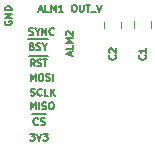
<source format=gto>
G04 #@! TF.GenerationSoftware,KiCad,Pcbnew,5.1.5-52549c5~84~ubuntu19.04.1*
G04 #@! TF.CreationDate,2020-03-13T14:57:39+01:00*
G04 #@! TF.ProjectId,ADcmXL3021_adapter,4144636d-584c-4333-9032-315f61646170,rev?*
G04 #@! TF.SameCoordinates,Original*
G04 #@! TF.FileFunction,Legend,Top*
G04 #@! TF.FilePolarity,Positive*
%FSLAX46Y46*%
G04 Gerber Fmt 4.6, Leading zero omitted, Abs format (unit mm)*
G04 Created by KiCad (PCBNEW 5.1.5-52549c5~84~ubuntu19.04.1) date 2020-03-13 14:57:39*
%MOMM*%
%LPD*%
G04 APERTURE LIST*
%ADD10C,0.150000*%
%ADD11C,0.120000*%
G04 APERTURE END LIST*
D10*
X131705485Y-74144228D02*
X131819771Y-74144228D01*
X131876914Y-74172800D01*
X131934057Y-74229942D01*
X131962628Y-74344228D01*
X131962628Y-74544228D01*
X131934057Y-74658514D01*
X131876914Y-74715657D01*
X131819771Y-74744228D01*
X131705485Y-74744228D01*
X131648342Y-74715657D01*
X131591200Y-74658514D01*
X131562628Y-74544228D01*
X131562628Y-74344228D01*
X131591200Y-74229942D01*
X131648342Y-74172800D01*
X131705485Y-74144228D01*
X132219771Y-74144228D02*
X132219771Y-74629942D01*
X132248342Y-74687085D01*
X132276914Y-74715657D01*
X132334057Y-74744228D01*
X132448342Y-74744228D01*
X132505485Y-74715657D01*
X132534057Y-74687085D01*
X132562628Y-74629942D01*
X132562628Y-74144228D01*
X132762628Y-74144228D02*
X133105485Y-74144228D01*
X132934057Y-74744228D02*
X132934057Y-74144228D01*
X133162628Y-74801371D02*
X133619771Y-74801371D01*
X133676914Y-74144228D02*
X133876914Y-74744228D01*
X134076914Y-74144228D01*
X131468800Y-78433485D02*
X131468800Y-78147771D01*
X131640228Y-78490628D02*
X131040228Y-78290628D01*
X131640228Y-78090628D01*
X131640228Y-77604914D02*
X131640228Y-77890628D01*
X131040228Y-77890628D01*
X131640228Y-77404914D02*
X131040228Y-77404914D01*
X131468800Y-77204914D01*
X131040228Y-77004914D01*
X131640228Y-77004914D01*
X131097371Y-76747771D02*
X131068800Y-76719200D01*
X131040228Y-76662057D01*
X131040228Y-76519200D01*
X131068800Y-76462057D01*
X131097371Y-76433485D01*
X131154514Y-76404914D01*
X131211657Y-76404914D01*
X131297371Y-76433485D01*
X131640228Y-76776342D01*
X131640228Y-76404914D01*
X128779714Y-74572800D02*
X129065428Y-74572800D01*
X128722571Y-74744228D02*
X128922571Y-74144228D01*
X129122571Y-74744228D01*
X129608285Y-74744228D02*
X129322571Y-74744228D01*
X129322571Y-74144228D01*
X129808285Y-74744228D02*
X129808285Y-74144228D01*
X130008285Y-74572800D01*
X130208285Y-74144228D01*
X130208285Y-74744228D01*
X130808285Y-74744228D02*
X130465428Y-74744228D01*
X130636857Y-74744228D02*
X130636857Y-74144228D01*
X130579714Y-74229942D01*
X130522571Y-74287085D01*
X130465428Y-74315657D01*
X128035142Y-85066228D02*
X128406571Y-85066228D01*
X128206571Y-85294800D01*
X128292285Y-85294800D01*
X128349428Y-85323371D01*
X128378000Y-85351942D01*
X128406571Y-85409085D01*
X128406571Y-85551942D01*
X128378000Y-85609085D01*
X128349428Y-85637657D01*
X128292285Y-85666228D01*
X128120857Y-85666228D01*
X128063714Y-85637657D01*
X128035142Y-85609085D01*
X128578000Y-85066228D02*
X128778000Y-85666228D01*
X128978000Y-85066228D01*
X129120857Y-85066228D02*
X129492285Y-85066228D01*
X129292285Y-85294800D01*
X129378000Y-85294800D01*
X129435142Y-85323371D01*
X129463714Y-85351942D01*
X129492285Y-85409085D01*
X129492285Y-85551942D01*
X129463714Y-85609085D01*
X129435142Y-85637657D01*
X129378000Y-85666228D01*
X129206571Y-85666228D01*
X129149428Y-85637657D01*
X129120857Y-85609085D01*
X128192285Y-83447000D02*
X128792285Y-83447000D01*
X128678000Y-84288285D02*
X128649428Y-84316857D01*
X128563714Y-84345428D01*
X128506571Y-84345428D01*
X128420857Y-84316857D01*
X128363714Y-84259714D01*
X128335142Y-84202571D01*
X128306571Y-84088285D01*
X128306571Y-84002571D01*
X128335142Y-83888285D01*
X128363714Y-83831142D01*
X128420857Y-83774000D01*
X128506571Y-83745428D01*
X128563714Y-83745428D01*
X128649428Y-83774000D01*
X128678000Y-83802571D01*
X128792285Y-83447000D02*
X129363714Y-83447000D01*
X128906571Y-84316857D02*
X128992285Y-84345428D01*
X129135142Y-84345428D01*
X129192285Y-84316857D01*
X129220857Y-84288285D01*
X129249428Y-84231142D01*
X129249428Y-84174000D01*
X129220857Y-84116857D01*
X129192285Y-84088285D01*
X129135142Y-84059714D01*
X129020857Y-84031142D01*
X128963714Y-84002571D01*
X128935142Y-83974000D01*
X128906571Y-83916857D01*
X128906571Y-83859714D01*
X128935142Y-83802571D01*
X128963714Y-83774000D01*
X129020857Y-83745428D01*
X129163714Y-83745428D01*
X129249428Y-83774000D01*
X128089142Y-83024628D02*
X128089142Y-82424628D01*
X128289142Y-82853200D01*
X128489142Y-82424628D01*
X128489142Y-83024628D01*
X128774857Y-83024628D02*
X128774857Y-82424628D01*
X129032000Y-82996057D02*
X129117714Y-83024628D01*
X129260571Y-83024628D01*
X129317714Y-82996057D01*
X129346285Y-82967485D01*
X129374857Y-82910342D01*
X129374857Y-82853200D01*
X129346285Y-82796057D01*
X129317714Y-82767485D01*
X129260571Y-82738914D01*
X129146285Y-82710342D01*
X129089142Y-82681771D01*
X129060571Y-82653200D01*
X129032000Y-82596057D01*
X129032000Y-82538914D01*
X129060571Y-82481771D01*
X129089142Y-82453200D01*
X129146285Y-82424628D01*
X129289142Y-82424628D01*
X129374857Y-82453200D01*
X129746285Y-82424628D02*
X129860571Y-82424628D01*
X129917714Y-82453200D01*
X129974857Y-82510342D01*
X130003428Y-82624628D01*
X130003428Y-82824628D01*
X129974857Y-82938914D01*
X129917714Y-82996057D01*
X129860571Y-83024628D01*
X129746285Y-83024628D01*
X129689142Y-82996057D01*
X129632000Y-82938914D01*
X129603428Y-82824628D01*
X129603428Y-82624628D01*
X129632000Y-82510342D01*
X129689142Y-82453200D01*
X129746285Y-82424628D01*
X128068514Y-81827657D02*
X128154228Y-81856228D01*
X128297085Y-81856228D01*
X128354228Y-81827657D01*
X128382800Y-81799085D01*
X128411371Y-81741942D01*
X128411371Y-81684800D01*
X128382800Y-81627657D01*
X128354228Y-81599085D01*
X128297085Y-81570514D01*
X128182800Y-81541942D01*
X128125657Y-81513371D01*
X128097085Y-81484800D01*
X128068514Y-81427657D01*
X128068514Y-81370514D01*
X128097085Y-81313371D01*
X128125657Y-81284800D01*
X128182800Y-81256228D01*
X128325657Y-81256228D01*
X128411371Y-81284800D01*
X129011371Y-81799085D02*
X128982800Y-81827657D01*
X128897085Y-81856228D01*
X128839942Y-81856228D01*
X128754228Y-81827657D01*
X128697085Y-81770514D01*
X128668514Y-81713371D01*
X128639942Y-81599085D01*
X128639942Y-81513371D01*
X128668514Y-81399085D01*
X128697085Y-81341942D01*
X128754228Y-81284800D01*
X128839942Y-81256228D01*
X128897085Y-81256228D01*
X128982800Y-81284800D01*
X129011371Y-81313371D01*
X129554228Y-81856228D02*
X129268514Y-81856228D01*
X129268514Y-81256228D01*
X129754228Y-81856228D02*
X129754228Y-81256228D01*
X130097085Y-81856228D02*
X129839942Y-81513371D01*
X130097085Y-81256228D02*
X129754228Y-81599085D01*
X128089142Y-80586228D02*
X128089142Y-79986228D01*
X128289142Y-80414800D01*
X128489142Y-79986228D01*
X128489142Y-80586228D01*
X128889142Y-79986228D02*
X129003428Y-79986228D01*
X129060571Y-80014800D01*
X129117714Y-80071942D01*
X129146285Y-80186228D01*
X129146285Y-80386228D01*
X129117714Y-80500514D01*
X129060571Y-80557657D01*
X129003428Y-80586228D01*
X128889142Y-80586228D01*
X128832000Y-80557657D01*
X128774857Y-80500514D01*
X128746285Y-80386228D01*
X128746285Y-80186228D01*
X128774857Y-80071942D01*
X128832000Y-80014800D01*
X128889142Y-79986228D01*
X129374857Y-80557657D02*
X129460571Y-80586228D01*
X129603428Y-80586228D01*
X129660571Y-80557657D01*
X129689142Y-80529085D01*
X129717714Y-80471942D01*
X129717714Y-80414800D01*
X129689142Y-80357657D01*
X129660571Y-80329085D01*
X129603428Y-80300514D01*
X129489142Y-80271942D01*
X129432000Y-80243371D01*
X129403428Y-80214800D01*
X129374857Y-80157657D01*
X129374857Y-80100514D01*
X129403428Y-80043371D01*
X129432000Y-80014800D01*
X129489142Y-79986228D01*
X129632000Y-79986228D01*
X129717714Y-80014800D01*
X129974857Y-80586228D02*
X129974857Y-79986228D01*
X127912914Y-78468600D02*
X128512914Y-78468600D01*
X128398628Y-79367028D02*
X128198628Y-79081314D01*
X128055771Y-79367028D02*
X128055771Y-78767028D01*
X128284342Y-78767028D01*
X128341485Y-78795600D01*
X128370057Y-78824171D01*
X128398628Y-78881314D01*
X128398628Y-78967028D01*
X128370057Y-79024171D01*
X128341485Y-79052742D01*
X128284342Y-79081314D01*
X128055771Y-79081314D01*
X128512914Y-78468600D02*
X129084342Y-78468600D01*
X128627200Y-79338457D02*
X128712914Y-79367028D01*
X128855771Y-79367028D01*
X128912914Y-79338457D01*
X128941485Y-79309885D01*
X128970057Y-79252742D01*
X128970057Y-79195600D01*
X128941485Y-79138457D01*
X128912914Y-79109885D01*
X128855771Y-79081314D01*
X128741485Y-79052742D01*
X128684342Y-79024171D01*
X128655771Y-78995600D01*
X128627200Y-78938457D01*
X128627200Y-78881314D01*
X128655771Y-78824171D01*
X128684342Y-78795600D01*
X128741485Y-78767028D01*
X128884342Y-78767028D01*
X128970057Y-78795600D01*
X129084342Y-78468600D02*
X129541485Y-78468600D01*
X129141485Y-78767028D02*
X129484342Y-78767028D01*
X129312914Y-79367028D02*
X129312914Y-78767028D01*
X127833542Y-77097000D02*
X128433542Y-77097000D01*
X128176400Y-77681142D02*
X128262114Y-77709714D01*
X128290685Y-77738285D01*
X128319257Y-77795428D01*
X128319257Y-77881142D01*
X128290685Y-77938285D01*
X128262114Y-77966857D01*
X128204971Y-77995428D01*
X127976400Y-77995428D01*
X127976400Y-77395428D01*
X128176400Y-77395428D01*
X128233542Y-77424000D01*
X128262114Y-77452571D01*
X128290685Y-77509714D01*
X128290685Y-77566857D01*
X128262114Y-77624000D01*
X128233542Y-77652571D01*
X128176400Y-77681142D01*
X127976400Y-77681142D01*
X128433542Y-77097000D02*
X129004971Y-77097000D01*
X128547828Y-77966857D02*
X128633542Y-77995428D01*
X128776400Y-77995428D01*
X128833542Y-77966857D01*
X128862114Y-77938285D01*
X128890685Y-77881142D01*
X128890685Y-77824000D01*
X128862114Y-77766857D01*
X128833542Y-77738285D01*
X128776400Y-77709714D01*
X128662114Y-77681142D01*
X128604971Y-77652571D01*
X128576400Y-77624000D01*
X128547828Y-77566857D01*
X128547828Y-77509714D01*
X128576400Y-77452571D01*
X128604971Y-77424000D01*
X128662114Y-77395428D01*
X128804971Y-77395428D01*
X128890685Y-77424000D01*
X129004971Y-77097000D02*
X129519257Y-77097000D01*
X129262114Y-77709714D02*
X129262114Y-77995428D01*
X129062114Y-77395428D02*
X129262114Y-77709714D01*
X129462114Y-77395428D01*
X127938342Y-76696857D02*
X128024057Y-76725428D01*
X128166914Y-76725428D01*
X128224057Y-76696857D01*
X128252628Y-76668285D01*
X128281200Y-76611142D01*
X128281200Y-76554000D01*
X128252628Y-76496857D01*
X128224057Y-76468285D01*
X128166914Y-76439714D01*
X128052628Y-76411142D01*
X127995485Y-76382571D01*
X127966914Y-76354000D01*
X127938342Y-76296857D01*
X127938342Y-76239714D01*
X127966914Y-76182571D01*
X127995485Y-76154000D01*
X128052628Y-76125428D01*
X128195485Y-76125428D01*
X128281200Y-76154000D01*
X128652628Y-76439714D02*
X128652628Y-76725428D01*
X128452628Y-76125428D02*
X128652628Y-76439714D01*
X128852628Y-76125428D01*
X129052628Y-76725428D02*
X129052628Y-76125428D01*
X129395485Y-76725428D01*
X129395485Y-76125428D01*
X130024057Y-76668285D02*
X129995485Y-76696857D01*
X129909771Y-76725428D01*
X129852628Y-76725428D01*
X129766914Y-76696857D01*
X129709771Y-76639714D01*
X129681200Y-76582571D01*
X129652628Y-76468285D01*
X129652628Y-76382571D01*
X129681200Y-76268285D01*
X129709771Y-76211142D01*
X129766914Y-76154000D01*
X129852628Y-76125428D01*
X129909771Y-76125428D01*
X129995485Y-76154000D01*
X130024057Y-76182571D01*
X125887200Y-75539542D02*
X125858628Y-75596685D01*
X125858628Y-75682400D01*
X125887200Y-75768114D01*
X125944342Y-75825257D01*
X126001485Y-75853828D01*
X126115771Y-75882400D01*
X126201485Y-75882400D01*
X126315771Y-75853828D01*
X126372914Y-75825257D01*
X126430057Y-75768114D01*
X126458628Y-75682400D01*
X126458628Y-75625257D01*
X126430057Y-75539542D01*
X126401485Y-75510971D01*
X126201485Y-75510971D01*
X126201485Y-75625257D01*
X126458628Y-75253828D02*
X125858628Y-75253828D01*
X126458628Y-74910971D01*
X125858628Y-74910971D01*
X126458628Y-74625257D02*
X125858628Y-74625257D01*
X125858628Y-74482400D01*
X125887200Y-74396685D01*
X125944342Y-74339542D01*
X126001485Y-74310971D01*
X126115771Y-74282400D01*
X126201485Y-74282400D01*
X126315771Y-74310971D01*
X126372914Y-74339542D01*
X126430057Y-74396685D01*
X126458628Y-74482400D01*
X126458628Y-74625257D01*
D11*
X135685600Y-76114652D02*
X135685600Y-75592148D01*
X134265600Y-76114652D02*
X134265600Y-75592148D01*
X138225600Y-76096652D02*
X138225600Y-75574148D01*
X136805600Y-76096652D02*
X136805600Y-75574148D01*
D10*
X135240685Y-78433600D02*
X135269257Y-78462171D01*
X135297828Y-78547885D01*
X135297828Y-78605028D01*
X135269257Y-78690742D01*
X135212114Y-78747885D01*
X135154971Y-78776457D01*
X135040685Y-78805028D01*
X134954971Y-78805028D01*
X134840685Y-78776457D01*
X134783542Y-78747885D01*
X134726400Y-78690742D01*
X134697828Y-78605028D01*
X134697828Y-78547885D01*
X134726400Y-78462171D01*
X134754971Y-78433600D01*
X134754971Y-78205028D02*
X134726400Y-78176457D01*
X134697828Y-78119314D01*
X134697828Y-77976457D01*
X134726400Y-77919314D01*
X134754971Y-77890742D01*
X134812114Y-77862171D01*
X134869257Y-77862171D01*
X134954971Y-77890742D01*
X135297828Y-78233600D01*
X135297828Y-77862171D01*
X137780685Y-78433600D02*
X137809257Y-78462171D01*
X137837828Y-78547885D01*
X137837828Y-78605028D01*
X137809257Y-78690742D01*
X137752114Y-78747885D01*
X137694971Y-78776457D01*
X137580685Y-78805028D01*
X137494971Y-78805028D01*
X137380685Y-78776457D01*
X137323542Y-78747885D01*
X137266400Y-78690742D01*
X137237828Y-78605028D01*
X137237828Y-78547885D01*
X137266400Y-78462171D01*
X137294971Y-78433600D01*
X137837828Y-77862171D02*
X137837828Y-78205028D01*
X137837828Y-78033600D02*
X137237828Y-78033600D01*
X137323542Y-78090742D01*
X137380685Y-78147885D01*
X137409257Y-78205028D01*
M02*

</source>
